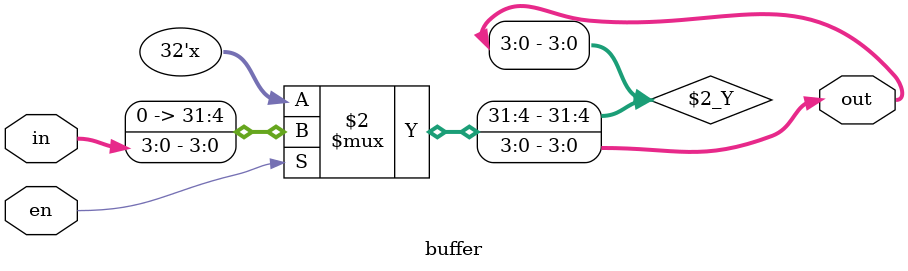
<source format=v>
module buffer #(parameter wide = 4)
(input en, input [wide-1:0] in, output [wide-1:0] out);

    assign out = en ? in : 'bz;

endmodule

</source>
